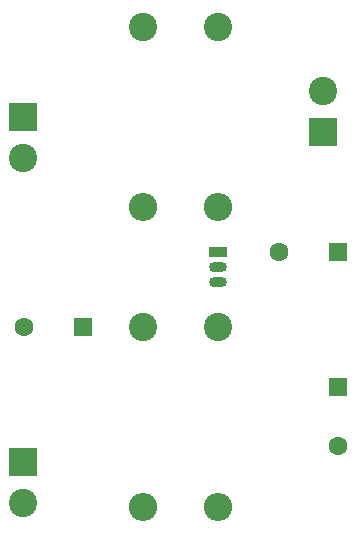
<source format=gbr>
G04 #@! TF.FileFunction,Copper,L2,Bot,Plane*
%FSLAX46Y46*%
G04 Gerber Fmt 4.6, Leading zero omitted, Abs format (unit mm)*
G04 Created by KiCad (PCBNEW 4.0.5) date 05/18/17 11:07:14*
%MOMM*%
%LPD*%
G01*
G04 APERTURE LIST*
%ADD10C,0.100000*%
%ADD11R,1.600000X1.600000*%
%ADD12C,1.600000*%
%ADD13C,2.400000*%
%ADD14R,2.400000X2.400000*%
%ADD15O,1.500000X0.900000*%
%ADD16R,1.500000X0.900000*%
%ADD17O,2.400000X2.400000*%
G04 APERTURE END LIST*
D10*
D11*
X74930000Y-76200000D03*
D12*
X69930000Y-76200000D03*
D11*
X96520000Y-81280000D03*
D12*
X96520000Y-86280000D03*
D11*
X96520000Y-69850000D03*
D12*
X91520000Y-69850000D03*
D13*
X69850000Y-91130000D03*
D14*
X69850000Y-87630000D03*
D13*
X95250000Y-56190000D03*
D14*
X95250000Y-59690000D03*
D13*
X69850000Y-61920000D03*
D14*
X69850000Y-58420000D03*
D15*
X86360000Y-71120000D03*
X86360000Y-72390000D03*
D16*
X86360000Y-69850000D03*
D13*
X80010000Y-50800000D03*
D17*
X80010000Y-66040000D03*
D13*
X80010000Y-76200000D03*
D17*
X80010000Y-91440000D03*
D13*
X86360000Y-50800000D03*
D17*
X86360000Y-66040000D03*
D13*
X86360000Y-76200000D03*
D17*
X86360000Y-91440000D03*
M02*

</source>
